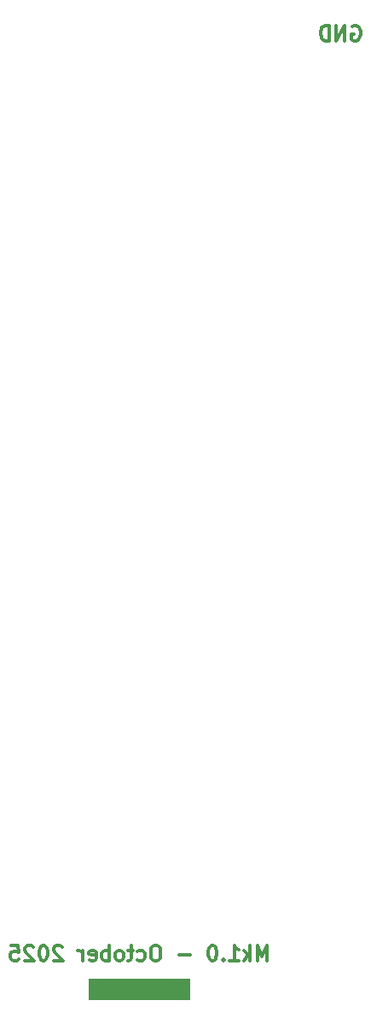
<source format=gbo>
%TF.GenerationSoftware,KiCad,Pcbnew,9.0.4*%
%TF.CreationDate,2025-10-04T20:18:46+02:00*%
%TF.ProjectId,DMH_VCA_Bank_PANEL,444d485f-5643-4415-9f42-616e6b5f5041,rev?*%
%TF.SameCoordinates,Original*%
%TF.FileFunction,Legend,Bot*%
%TF.FilePolarity,Positive*%
%FSLAX46Y46*%
G04 Gerber Fmt 4.6, Leading zero omitted, Abs format (unit mm)*
G04 Created by KiCad (PCBNEW 9.0.4) date 2025-10-04 20:18:46*
%MOMM*%
%LPD*%
G01*
G04 APERTURE LIST*
%ADD10C,0.100000*%
%ADD11C,0.300000*%
%ADD12C,0.500000*%
%ADD13C,12.000000*%
%ADD14C,4.000000*%
%ADD15O,2.500000X1.500000*%
%ADD16R,5.000000X10.000000*%
G04 APERTURE END LIST*
D10*
X70000000Y-225450000D02*
X80000000Y-225450000D01*
X80000000Y-227450000D01*
X70000000Y-227450000D01*
X70000000Y-225450000D01*
G36*
X70000000Y-225450000D02*
G01*
X80000000Y-225450000D01*
X80000000Y-227450000D01*
X70000000Y-227450000D01*
X70000000Y-225450000D01*
G37*
D11*
X87714284Y-223628328D02*
X87714284Y-222128328D01*
X87714284Y-222128328D02*
X87214284Y-223199757D01*
X87214284Y-223199757D02*
X86714284Y-222128328D01*
X86714284Y-222128328D02*
X86714284Y-223628328D01*
X85999998Y-223628328D02*
X85999998Y-222128328D01*
X85857141Y-223056900D02*
X85428569Y-223628328D01*
X85428569Y-222628328D02*
X85999998Y-223199757D01*
X83999997Y-223628328D02*
X84857140Y-223628328D01*
X84428569Y-223628328D02*
X84428569Y-222128328D01*
X84428569Y-222128328D02*
X84571426Y-222342614D01*
X84571426Y-222342614D02*
X84714283Y-222485471D01*
X84714283Y-222485471D02*
X84857140Y-222556900D01*
X83357141Y-223485471D02*
X83285712Y-223556900D01*
X83285712Y-223556900D02*
X83357141Y-223628328D01*
X83357141Y-223628328D02*
X83428569Y-223556900D01*
X83428569Y-223556900D02*
X83357141Y-223485471D01*
X83357141Y-223485471D02*
X83357141Y-223628328D01*
X82357140Y-222128328D02*
X82214283Y-222128328D01*
X82214283Y-222128328D02*
X82071426Y-222199757D01*
X82071426Y-222199757D02*
X81999998Y-222271185D01*
X81999998Y-222271185D02*
X81928569Y-222414042D01*
X81928569Y-222414042D02*
X81857140Y-222699757D01*
X81857140Y-222699757D02*
X81857140Y-223056900D01*
X81857140Y-223056900D02*
X81928569Y-223342614D01*
X81928569Y-223342614D02*
X81999998Y-223485471D01*
X81999998Y-223485471D02*
X82071426Y-223556900D01*
X82071426Y-223556900D02*
X82214283Y-223628328D01*
X82214283Y-223628328D02*
X82357140Y-223628328D01*
X82357140Y-223628328D02*
X82499998Y-223556900D01*
X82499998Y-223556900D02*
X82571426Y-223485471D01*
X82571426Y-223485471D02*
X82642855Y-223342614D01*
X82642855Y-223342614D02*
X82714283Y-223056900D01*
X82714283Y-223056900D02*
X82714283Y-222699757D01*
X82714283Y-222699757D02*
X82642855Y-222414042D01*
X82642855Y-222414042D02*
X82571426Y-222271185D01*
X82571426Y-222271185D02*
X82499998Y-222199757D01*
X82499998Y-222199757D02*
X82357140Y-222128328D01*
X80071427Y-223056900D02*
X78928570Y-223056900D01*
X76785712Y-222128328D02*
X76499998Y-222128328D01*
X76499998Y-222128328D02*
X76357141Y-222199757D01*
X76357141Y-222199757D02*
X76214284Y-222342614D01*
X76214284Y-222342614D02*
X76142855Y-222628328D01*
X76142855Y-222628328D02*
X76142855Y-223128328D01*
X76142855Y-223128328D02*
X76214284Y-223414042D01*
X76214284Y-223414042D02*
X76357141Y-223556900D01*
X76357141Y-223556900D02*
X76499998Y-223628328D01*
X76499998Y-223628328D02*
X76785712Y-223628328D01*
X76785712Y-223628328D02*
X76928570Y-223556900D01*
X76928570Y-223556900D02*
X77071427Y-223414042D01*
X77071427Y-223414042D02*
X77142855Y-223128328D01*
X77142855Y-223128328D02*
X77142855Y-222628328D01*
X77142855Y-222628328D02*
X77071427Y-222342614D01*
X77071427Y-222342614D02*
X76928570Y-222199757D01*
X76928570Y-222199757D02*
X76785712Y-222128328D01*
X74857141Y-223556900D02*
X74999998Y-223628328D01*
X74999998Y-223628328D02*
X75285712Y-223628328D01*
X75285712Y-223628328D02*
X75428569Y-223556900D01*
X75428569Y-223556900D02*
X75499998Y-223485471D01*
X75499998Y-223485471D02*
X75571426Y-223342614D01*
X75571426Y-223342614D02*
X75571426Y-222914042D01*
X75571426Y-222914042D02*
X75499998Y-222771185D01*
X75499998Y-222771185D02*
X75428569Y-222699757D01*
X75428569Y-222699757D02*
X75285712Y-222628328D01*
X75285712Y-222628328D02*
X74999998Y-222628328D01*
X74999998Y-222628328D02*
X74857141Y-222699757D01*
X74428569Y-222628328D02*
X73857141Y-222628328D01*
X74214284Y-222128328D02*
X74214284Y-223414042D01*
X74214284Y-223414042D02*
X74142855Y-223556900D01*
X74142855Y-223556900D02*
X73999998Y-223628328D01*
X73999998Y-223628328D02*
X73857141Y-223628328D01*
X73142855Y-223628328D02*
X73285712Y-223556900D01*
X73285712Y-223556900D02*
X73357141Y-223485471D01*
X73357141Y-223485471D02*
X73428569Y-223342614D01*
X73428569Y-223342614D02*
X73428569Y-222914042D01*
X73428569Y-222914042D02*
X73357141Y-222771185D01*
X73357141Y-222771185D02*
X73285712Y-222699757D01*
X73285712Y-222699757D02*
X73142855Y-222628328D01*
X73142855Y-222628328D02*
X72928569Y-222628328D01*
X72928569Y-222628328D02*
X72785712Y-222699757D01*
X72785712Y-222699757D02*
X72714284Y-222771185D01*
X72714284Y-222771185D02*
X72642855Y-222914042D01*
X72642855Y-222914042D02*
X72642855Y-223342614D01*
X72642855Y-223342614D02*
X72714284Y-223485471D01*
X72714284Y-223485471D02*
X72785712Y-223556900D01*
X72785712Y-223556900D02*
X72928569Y-223628328D01*
X72928569Y-223628328D02*
X73142855Y-223628328D01*
X71999998Y-223628328D02*
X71999998Y-222128328D01*
X71999998Y-222699757D02*
X71857141Y-222628328D01*
X71857141Y-222628328D02*
X71571426Y-222628328D01*
X71571426Y-222628328D02*
X71428569Y-222699757D01*
X71428569Y-222699757D02*
X71357141Y-222771185D01*
X71357141Y-222771185D02*
X71285712Y-222914042D01*
X71285712Y-222914042D02*
X71285712Y-223342614D01*
X71285712Y-223342614D02*
X71357141Y-223485471D01*
X71357141Y-223485471D02*
X71428569Y-223556900D01*
X71428569Y-223556900D02*
X71571426Y-223628328D01*
X71571426Y-223628328D02*
X71857141Y-223628328D01*
X71857141Y-223628328D02*
X71999998Y-223556900D01*
X70071426Y-223556900D02*
X70214283Y-223628328D01*
X70214283Y-223628328D02*
X70499998Y-223628328D01*
X70499998Y-223628328D02*
X70642855Y-223556900D01*
X70642855Y-223556900D02*
X70714283Y-223414042D01*
X70714283Y-223414042D02*
X70714283Y-222842614D01*
X70714283Y-222842614D02*
X70642855Y-222699757D01*
X70642855Y-222699757D02*
X70499998Y-222628328D01*
X70499998Y-222628328D02*
X70214283Y-222628328D01*
X70214283Y-222628328D02*
X70071426Y-222699757D01*
X70071426Y-222699757D02*
X69999998Y-222842614D01*
X69999998Y-222842614D02*
X69999998Y-222985471D01*
X69999998Y-222985471D02*
X70714283Y-223128328D01*
X69357141Y-223628328D02*
X69357141Y-222628328D01*
X69357141Y-222914042D02*
X69285712Y-222771185D01*
X69285712Y-222771185D02*
X69214284Y-222699757D01*
X69214284Y-222699757D02*
X69071426Y-222628328D01*
X69071426Y-222628328D02*
X68928569Y-222628328D01*
X67357141Y-222271185D02*
X67285713Y-222199757D01*
X67285713Y-222199757D02*
X67142856Y-222128328D01*
X67142856Y-222128328D02*
X66785713Y-222128328D01*
X66785713Y-222128328D02*
X66642856Y-222199757D01*
X66642856Y-222199757D02*
X66571427Y-222271185D01*
X66571427Y-222271185D02*
X66499998Y-222414042D01*
X66499998Y-222414042D02*
X66499998Y-222556900D01*
X66499998Y-222556900D02*
X66571427Y-222771185D01*
X66571427Y-222771185D02*
X67428570Y-223628328D01*
X67428570Y-223628328D02*
X66499998Y-223628328D01*
X65571427Y-222128328D02*
X65428570Y-222128328D01*
X65428570Y-222128328D02*
X65285713Y-222199757D01*
X65285713Y-222199757D02*
X65214285Y-222271185D01*
X65214285Y-222271185D02*
X65142856Y-222414042D01*
X65142856Y-222414042D02*
X65071427Y-222699757D01*
X65071427Y-222699757D02*
X65071427Y-223056900D01*
X65071427Y-223056900D02*
X65142856Y-223342614D01*
X65142856Y-223342614D02*
X65214285Y-223485471D01*
X65214285Y-223485471D02*
X65285713Y-223556900D01*
X65285713Y-223556900D02*
X65428570Y-223628328D01*
X65428570Y-223628328D02*
X65571427Y-223628328D01*
X65571427Y-223628328D02*
X65714285Y-223556900D01*
X65714285Y-223556900D02*
X65785713Y-223485471D01*
X65785713Y-223485471D02*
X65857142Y-223342614D01*
X65857142Y-223342614D02*
X65928570Y-223056900D01*
X65928570Y-223056900D02*
X65928570Y-222699757D01*
X65928570Y-222699757D02*
X65857142Y-222414042D01*
X65857142Y-222414042D02*
X65785713Y-222271185D01*
X65785713Y-222271185D02*
X65714285Y-222199757D01*
X65714285Y-222199757D02*
X65571427Y-222128328D01*
X64499999Y-222271185D02*
X64428571Y-222199757D01*
X64428571Y-222199757D02*
X64285714Y-222128328D01*
X64285714Y-222128328D02*
X63928571Y-222128328D01*
X63928571Y-222128328D02*
X63785714Y-222199757D01*
X63785714Y-222199757D02*
X63714285Y-222271185D01*
X63714285Y-222271185D02*
X63642856Y-222414042D01*
X63642856Y-222414042D02*
X63642856Y-222556900D01*
X63642856Y-222556900D02*
X63714285Y-222771185D01*
X63714285Y-222771185D02*
X64571428Y-223628328D01*
X64571428Y-223628328D02*
X63642856Y-223628328D01*
X62285714Y-222128328D02*
X63000000Y-222128328D01*
X63000000Y-222128328D02*
X63071428Y-222842614D01*
X63071428Y-222842614D02*
X63000000Y-222771185D01*
X63000000Y-222771185D02*
X62857143Y-222699757D01*
X62857143Y-222699757D02*
X62500000Y-222699757D01*
X62500000Y-222699757D02*
X62357143Y-222771185D01*
X62357143Y-222771185D02*
X62285714Y-222842614D01*
X62285714Y-222842614D02*
X62214285Y-222985471D01*
X62214285Y-222985471D02*
X62214285Y-223342614D01*
X62214285Y-223342614D02*
X62285714Y-223485471D01*
X62285714Y-223485471D02*
X62357143Y-223556900D01*
X62357143Y-223556900D02*
X62500000Y-223628328D01*
X62500000Y-223628328D02*
X62857143Y-223628328D01*
X62857143Y-223628328D02*
X63000000Y-223556900D01*
X63000000Y-223556900D02*
X63071428Y-223485471D01*
X96142856Y-130999757D02*
X96285714Y-130928328D01*
X96285714Y-130928328D02*
X96499999Y-130928328D01*
X96499999Y-130928328D02*
X96714285Y-130999757D01*
X96714285Y-130999757D02*
X96857142Y-131142614D01*
X96857142Y-131142614D02*
X96928571Y-131285471D01*
X96928571Y-131285471D02*
X96999999Y-131571185D01*
X96999999Y-131571185D02*
X96999999Y-131785471D01*
X96999999Y-131785471D02*
X96928571Y-132071185D01*
X96928571Y-132071185D02*
X96857142Y-132214042D01*
X96857142Y-132214042D02*
X96714285Y-132356900D01*
X96714285Y-132356900D02*
X96499999Y-132428328D01*
X96499999Y-132428328D02*
X96357142Y-132428328D01*
X96357142Y-132428328D02*
X96142856Y-132356900D01*
X96142856Y-132356900D02*
X96071428Y-132285471D01*
X96071428Y-132285471D02*
X96071428Y-131785471D01*
X96071428Y-131785471D02*
X96357142Y-131785471D01*
X95428571Y-132428328D02*
X95428571Y-130928328D01*
X95428571Y-130928328D02*
X94571428Y-132428328D01*
X94571428Y-132428328D02*
X94571428Y-130928328D01*
X93857142Y-132428328D02*
X93857142Y-130928328D01*
X93857142Y-130928328D02*
X93499999Y-130928328D01*
X93499999Y-130928328D02*
X93285713Y-130999757D01*
X93285713Y-130999757D02*
X93142856Y-131142614D01*
X93142856Y-131142614D02*
X93071427Y-131285471D01*
X93071427Y-131285471D02*
X92999999Y-131571185D01*
X92999999Y-131571185D02*
X92999999Y-131785471D01*
X92999999Y-131785471D02*
X93071427Y-132071185D01*
X93071427Y-132071185D02*
X93142856Y-132214042D01*
X93142856Y-132214042D02*
X93285713Y-132356900D01*
X93285713Y-132356900D02*
X93499999Y-132428328D01*
X93499999Y-132428328D02*
X93857142Y-132428328D01*
%LPC*%
D12*
%TO.C,H14*%
X52800000Y-192250000D03*
X54460000Y-188220000D03*
X54470000Y-196290000D03*
X58500000Y-186550000D03*
D13*
X58500000Y-192250000D03*
D12*
X58500000Y-197950000D03*
X62530000Y-196290000D03*
X62540000Y-188220000D03*
X64200000Y-192250000D03*
%TD*%
D14*
%TO.C,H3*%
X53500000Y-226500000D03*
%TD*%
D12*
%TO.C,H23*%
X85800000Y-192250000D03*
X87460000Y-188220000D03*
X87470000Y-196290000D03*
X91500000Y-186550000D03*
D13*
X91500000Y-192250000D03*
D12*
X91500000Y-197950000D03*
X95530000Y-196290000D03*
X95540000Y-188220000D03*
X97200000Y-192250000D03*
%TD*%
%TO.C,H22*%
X69300000Y-208750000D03*
X70960000Y-204720000D03*
X70970000Y-212790000D03*
X75000000Y-203050000D03*
D13*
X75000000Y-208750000D03*
D12*
X75000000Y-214450000D03*
X79030000Y-212790000D03*
X79040000Y-204720000D03*
X80700000Y-208750000D03*
%TD*%
D13*
%TO.C,H5*%
X62500000Y-54500000D03*
D15*
X62500000Y-60500000D03*
%TD*%
D12*
%TO.C,H18*%
X69300000Y-192250000D03*
X70960000Y-188220000D03*
X70970000Y-196290000D03*
X75000000Y-186550000D03*
D13*
X75000000Y-192250000D03*
D12*
X75000000Y-197950000D03*
X79030000Y-196290000D03*
X79040000Y-188220000D03*
X80700000Y-192250000D03*
%TD*%
%TO.C,H9*%
X69300000Y-159250000D03*
X70960000Y-155220000D03*
X70970000Y-163290000D03*
X75000000Y-153550000D03*
D13*
X75000000Y-159250000D03*
D12*
X75000000Y-164950000D03*
X79030000Y-163290000D03*
X79040000Y-155220000D03*
X80700000Y-159250000D03*
%TD*%
D13*
%TO.C,H19*%
X62500000Y-137000000D03*
D15*
X62500000Y-143000000D03*
%TD*%
D12*
%TO.C,H11*%
X85800000Y-159250000D03*
X87460000Y-155220000D03*
X87470000Y-163290000D03*
X91500000Y-153550000D03*
D13*
X91500000Y-159250000D03*
D12*
X91500000Y-164950000D03*
X95530000Y-163290000D03*
X95540000Y-155220000D03*
X97200000Y-159250000D03*
%TD*%
%TO.C,H17*%
X69300000Y-175750000D03*
X70960000Y-171720000D03*
X70970000Y-179790000D03*
X75000000Y-170050000D03*
D13*
X75000000Y-175750000D03*
D12*
X75000000Y-181450000D03*
X79030000Y-179790000D03*
X79040000Y-171720000D03*
X80700000Y-175750000D03*
%TD*%
%TO.C,H21*%
X52800000Y-208750000D03*
X54460000Y-204720000D03*
X54470000Y-212790000D03*
X58500000Y-203050000D03*
D13*
X58500000Y-208750000D03*
D12*
X58500000Y-214450000D03*
X62530000Y-212790000D03*
X62540000Y-204720000D03*
X64200000Y-208750000D03*
%TD*%
%TO.C,H24*%
X85800000Y-208750000D03*
X87460000Y-204720000D03*
X87470000Y-212790000D03*
X91500000Y-203050000D03*
D13*
X91500000Y-208750000D03*
D12*
X91500000Y-214450000D03*
X95530000Y-212790000D03*
X95540000Y-204720000D03*
X97200000Y-208750000D03*
%TD*%
%TO.C,H15*%
X52800000Y-175750000D03*
X54460000Y-171720000D03*
X54470000Y-179790000D03*
X58500000Y-170050000D03*
D13*
X58500000Y-175750000D03*
D12*
X58500000Y-181450000D03*
X62530000Y-179790000D03*
X62540000Y-171720000D03*
X64200000Y-175750000D03*
%TD*%
D13*
%TO.C,H12*%
X62500000Y-82000000D03*
D15*
X62500000Y-88000000D03*
%TD*%
D13*
%TO.C,H7*%
X62500000Y-109500000D03*
D15*
X62500000Y-115500000D03*
%TD*%
D14*
%TO.C,H2*%
X96500000Y-33500000D03*
%TD*%
%TO.C,H4*%
X96500000Y-226500000D03*
%TD*%
D12*
%TO.C,H8*%
X52800000Y-159250000D03*
X54460000Y-155220000D03*
X54470000Y-163290000D03*
X58500000Y-153550000D03*
D13*
X58500000Y-159250000D03*
D12*
X58500000Y-164950000D03*
X62530000Y-163290000D03*
X62540000Y-155220000D03*
X64200000Y-159250000D03*
%TD*%
D13*
%TO.C,H20*%
X87500000Y-137000000D03*
%TD*%
%TO.C,H6*%
X87500000Y-54500000D03*
%TD*%
%TO.C,H13*%
X87500000Y-82000000D03*
%TD*%
D14*
%TO.C,H1*%
X53500000Y-33500000D03*
%TD*%
D13*
%TO.C,H10*%
X87500000Y-109500000D03*
%TD*%
D12*
%TO.C,H16*%
X85800000Y-175750000D03*
X87460000Y-171720000D03*
X87470000Y-179790000D03*
X91500000Y-170050000D03*
D13*
X91500000Y-175750000D03*
D12*
X91500000Y-181450000D03*
X95530000Y-179790000D03*
X95540000Y-171720000D03*
X97200000Y-175750000D03*
%TD*%
D16*
%TO.C,J0*%
X95000000Y-125000000D03*
%TD*%
%LPD*%
M02*

</source>
